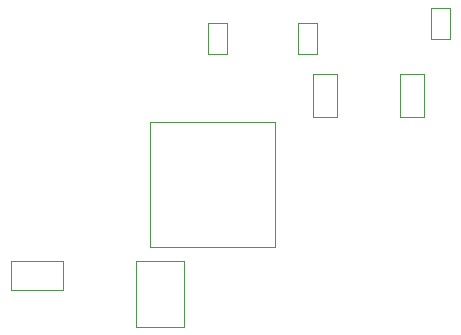
<source format=gbr>
G04 #@! TF.FileFunction,Other,User*
%FSLAX46Y46*%
G04 Gerber Fmt 4.6, Leading zero omitted, Abs format (unit mm)*
G04 Created by KiCad (PCBNEW 4.0.2+dfsg1-stable) date Thu 14 Apr 2016 07:40:31 AM EDT*
%MOMM*%
G01*
G04 APERTURE LIST*
%ADD10C,0.100000*%
%ADD11C,0.050000*%
G04 APERTURE END LIST*
D10*
D11*
X39513000Y23854000D02*
X39513000Y27454000D01*
X41513000Y23854000D02*
X41513000Y27454000D01*
X39513000Y23854000D02*
X41513000Y23854000D01*
X39513000Y27454000D02*
X41513000Y27454000D01*
X32147000Y23854000D02*
X32147000Y27454000D01*
X34147000Y23854000D02*
X34147000Y27454000D01*
X32147000Y23854000D02*
X34147000Y23854000D01*
X32147000Y27454000D02*
X34147000Y27454000D01*
X42126000Y30462000D02*
X42126000Y33062000D01*
X43726000Y30462000D02*
X43726000Y33062000D01*
X42126000Y30462000D02*
X43726000Y30462000D01*
X42126000Y33062000D02*
X43726000Y33062000D01*
X30823000Y29205400D02*
X30823000Y31805400D01*
X32423000Y29205400D02*
X32423000Y31805400D01*
X30823000Y29205400D02*
X32423000Y29205400D01*
X30823000Y31805400D02*
X32423000Y31805400D01*
X23203000Y29180000D02*
X23203000Y31780000D01*
X24803000Y29180000D02*
X24803000Y31780000D01*
X23203000Y29180000D02*
X24803000Y29180000D01*
X23203000Y31780000D02*
X24803000Y31780000D01*
X28922000Y12861000D02*
X28922000Y23461000D01*
X18322000Y12861000D02*
X18322000Y23461000D01*
X28922000Y12861000D02*
X18322000Y12861000D01*
X28922000Y23461000D02*
X18322000Y23461000D01*
X21227000Y6090000D02*
X21227000Y11690000D01*
X21227000Y11690000D02*
X17127000Y11690000D01*
X17127000Y11690000D02*
X17127000Y6090000D01*
X17127000Y6090000D02*
X21227000Y6090000D01*
X6563000Y11614000D02*
X10963000Y11614000D01*
X6563000Y9214000D02*
X10963000Y9214000D01*
X6563000Y11614000D02*
X6563000Y9214000D01*
X10963000Y11614000D02*
X10963000Y9214000D01*
M02*

</source>
